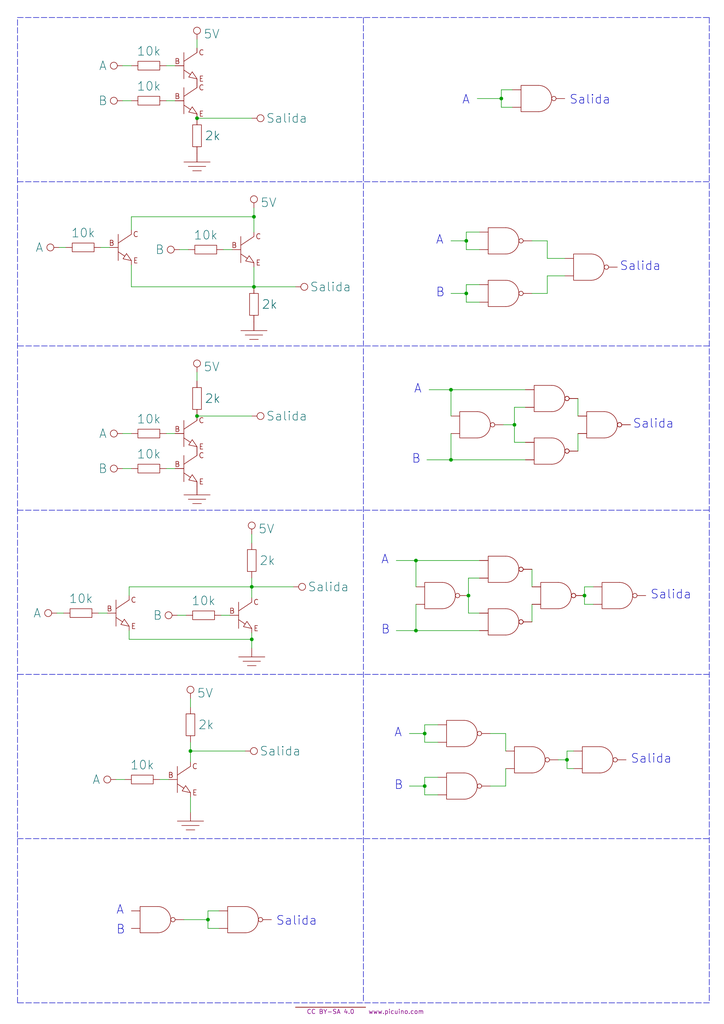
<source format=kicad_sch>
(kicad_sch (version 20231120) (generator "eeschema") (generator_version "8.0")
  (paper "A4" portrait)
  (title_block (title "Circuitos digitales para Test Picuino") (date "16/02/2021") (company "www.picuino.com") (comment 1 "Copyright (c) 2021 by Carlos Pardo") (comment 2 "License CC BY-SA 4.0"))
  (lib_symbols
    (symbol "electric-digital-rescue:CopyRight-simbolos" (pin_names (offset 1.016))
      (property "License" "CC BY-SA 4.0" (at -1.27 -1.27 0))
      (property "Web" "www.picuino.com" (at 0 -1.27 0))
      (symbol "CopyRight-simbolos_0_1"
        (polyline (pts (xy -10.16 0) (xy 10.16 0)) (stroke (width 0.2032)))
      )
    )
    (symbol "electric-digital-rescue:conector-simbolos" (pin_names (offset 1.016))
      (symbol "conector-simbolos_0_1"
        (circle (center 2.54 0) (radius 1.016))
      )
      (symbol "conector-simbolos_1_1"
        (pin input line (at 0 0 0) (length 1.524) (name "") (number ""))
      )
    )
    (symbol "electric-digital-rescue:resistencia-simbolos" (pin_names (offset 1.016))
      (property "Reference" "R" (at 1.905 -5.08 0))
      (symbol "resistencia-simbolos_0_1"
        (rectangle (start -1.27 -1.905) (end 1.27 -8.255))
      )
      (symbol "resistencia-simbolos_1_1"
        (pin input line (at 0 -10.16 90) (length 1.905) (name "") (number ""))
        (pin input line (at 0 0 270) (length 1.905) (name "") (number ""))
      )
    )
    (symbol "electric-digital-rescue:tierra-simbolos" (pin_names (offset 1.016))
      (symbol "tierra-simbolos_0_0"
        (polyline (pts (xy -3.81 -2.54) (xy 3.81 -2.54)))
        (polyline (pts (xy -2.54 -3.81) (xy 2.54 -3.81)))
        (polyline (pts (xy -1.27 -5.08) (xy 1.27 -5.08)))
      )
      (symbol "tierra-simbolos_1_1"
        (pin input line (at 0 0 270) (length 2.54) (name "") (number ""))
      )
    )
    (symbol "simbolos-electricos:NPN" (pin_names (offset 1.016))
      (property "Reference" "Q" (at 6.985 -5.08 0))
      (symbol "NPN_0_0"
        (polyline (pts (xy 4.445 -7.62) (xy 2.54 -6.35)))
        (text "C" (at 7.62 -1.27 0) (effects (font (size 1.524 1.524))))
        (text "E" (at 7.62 -8.89 0) (effects (font (size 1.524 1.524))))
      )
      (symbol "NPN_0_1"
        (polyline (pts (xy 2.54 -3.81) (xy 6.35 -1.27)))
        (polyline (pts (xy 2.54 -1.27) (xy 2.54 -8.89)))
        (polyline (pts (xy 4.953 -6.858) (xy 3.937 -8.382) (xy 6.35 -8.89) (xy 4.953 -6.858)))
      )
      (symbol "NPN_1_0"
        (text "B" (at 0.635 -3.81 0) (effects (font (size 1.524 1.524))))
      )
      (symbol "NPN_1_1"
        (pin input line (at 0 -5.08 0) (length 2.54) (name "") (number ""))
        (pin input line (at 6.35 -10.16 90) (length 1.27) (name "") (number ""))
        (pin input line (at 6.35 0 270) (length 1.27) (name "") (number ""))
      )
    )
    (symbol "simbolos-electricos:logic_nand" (pin_names (offset 1.016))
      (property "Reference" "U" (at 11.43 -6.35 0))
      (symbol "logic_nand_0_1"
        (polyline (pts (xy 7.62 1.27) (xy 2.54 1.27) (xy 2.54 -6.35) (xy 7.62 -6.35)))
        (arc (start 7.62 -6.35) (mid 11.4134 -2.54) (end 7.62 1.27))
      )
      (symbol "logic_nand_1_1"
        (pin input line (at 0 -5.08 0) (length 2.54) (name "") (number ""))
        (pin input line (at 0 0 0) (length 2.54) (name "") (number ""))
        (pin output inverted (at 15.24 -2.54 180) (length 3.81) (name "") (number ""))
      )
      (symbol "logic_nand_2_1"
        (pin input line (at 0 0 0) (length 2.54) (name "") (number "4"))
        (pin input line (at 0 -5.08 0) (length 2.54) (name "") (number "5"))
        (pin output inverted (at 15.24 -2.54 180) (length 3.81) (name "") (number "6"))
      )
      (symbol "logic_nand_3_1"
        (pin input line (at 0 -5.08 0) (length 2.54) (name "") (number "10"))
        (pin output inverted (at 15.24 -2.54 180) (length 3.81) (name "") (number "8"))
        (pin input line (at 0 0 0) (length 2.54) (name "") (number "9"))
      )
      (symbol "logic_nand_4_1"
        (pin output inverted (at 15.24 -2.54 180) (length 3.81) (name "") (number "11"))
        (pin input line (at 0 0 0) (length 2.54) (name "") (number "12"))
        (pin input line (at 0 -5.08 0) (length 2.54) (name "") (number "13"))
      )
    )
  )
  (junction (at 55.245 217.805))
  (junction (at 164.465 220.345))
  (junction (at 123.19 212.725))
  (junction (at 135.89 172.72))
  (junction (at 135.255 69.85))
  (junction (at 123.19 227.965))
  (junction (at 130.81 133.35))
  (junction (at 73.025 185.42))
  (junction (at 60.325 266.7))
  (junction (at 73.66 83.185))
  (junction (at 135.255 85.09))
  (junction (at 57.15 34.29))
  (junction (at 145.415 28.575))
  (junction (at 169.545 172.72))
  (junction (at 120.65 182.88))
  (junction (at 149.225 123.19))
  (junction (at 130.81 113.03))
  (junction (at 73.66 62.865))
  (junction (at 73.025 170.18))
  (junction (at 120.65 162.56))
  (junction (at 57.15 120.65))
  (wire (pts (xy 154.305 69.85) (xy 158.75 69.85)))
  (wire (pts (xy 35.56 29.21) (xy 38.1 29.21)))
  (wire (pts (xy 28.575 177.8) (xy 31.115 177.8)))
  (wire (pts (xy 169.545 175.26) (xy 172.085 175.26)))
  (wire (pts (xy 135.255 82.55) (xy 135.255 85.09)))
  (wire (pts (xy 38.1 83.185) (xy 73.66 83.185)))
  (wire (pts (xy 167.64 125.73) (xy 167.64 130.81)))
  (wire (pts (xy 164.465 217.805) (xy 166.37 217.805)))
  (polyline (pts (xy 205.74 100.33) (xy 5.08 100.33)) (stroke (width 0) (type dash)))
  (wire (pts (xy 149.225 123.19) (xy 149.225 118.11)))
  (wire (pts (xy 60.325 266.7) (xy 53.34 266.7)))
  (wire (pts (xy 16.51 177.8) (xy 18.415 177.8)))
  (wire (pts (xy 158.75 69.85) (xy 158.75 74.93)))
  (wire (pts (xy 145.415 28.575) (xy 138.43 28.575)))
  (wire (pts (xy 55.245 202.565) (xy 55.245 205.105)))
  (wire (pts (xy 139.065 67.31) (xy 135.255 67.31)))
  (wire (pts (xy 123.19 210.185) (xy 123.19 212.725)))
  (wire (pts (xy 123.19 212.725) (xy 118.745 212.725)))
  (wire (pts (xy 46.355 226.06) (xy 48.895 226.06)))
  (wire (pts (xy 60.325 266.7) (xy 60.325 269.24)))
  (wire (pts (xy 146.685 222.885) (xy 146.685 227.965)))
  (polyline (pts (xy 105.41 5.08) (xy 105.41 290.83)) (stroke (width 0) (type dash)))
  (wire (pts (xy 73.025 170.18) (xy 73.025 173.355)))
  (wire (pts (xy 38.1 76.835) (xy 38.1 83.185)))
  (wire (pts (xy 169.545 170.18) (xy 169.545 172.72)))
  (wire (pts (xy 158.75 80.01) (xy 158.75 85.09)))
  (polyline (pts (xy 5.08 5.08) (xy 205.74 5.08)) (stroke (width 0) (type dash)))
  (wire (pts (xy 57.15 11.43) (xy 57.15 13.97)))
  (wire (pts (xy 146.685 212.725) (xy 146.685 217.805)))
  (wire (pts (xy 48.26 19.05) (xy 50.8 19.05)))
  (wire (pts (xy 149.225 118.11) (xy 152.4 118.11)))
  (wire (pts (xy 73.025 185.42) (xy 73.025 187.96)))
  (wire (pts (xy 55.245 217.805) (xy 55.245 215.265)))
  (wire (pts (xy 114.935 182.88) (xy 120.65 182.88)))
  (wire (pts (xy 57.15 120.65) (xy 73.025 120.65)))
  (wire (pts (xy 73.025 154.94) (xy 73.025 157.48)))
  (wire (pts (xy 60.325 264.16) (xy 60.325 266.7)))
  (wire (pts (xy 146.685 227.965) (xy 142.24 227.965)))
  (wire (pts (xy 37.465 185.42) (xy 73.025 185.42)))
  (wire (pts (xy 135.255 69.85) (xy 135.255 72.39)))
  (wire (pts (xy 158.75 85.09) (xy 154.305 85.09)))
  (wire (pts (xy 135.255 85.09) (xy 135.255 87.63)))
  (wire (pts (xy 38.1 62.865) (xy 38.1 66.675)))
  (wire (pts (xy 37.465 182.88) (xy 37.465 185.42)))
  (polyline (pts (xy 205.74 5.08) (xy 205.74 290.83)) (stroke (width 0) (type dash)))
  (wire (pts (xy 135.89 177.8) (xy 139.065 177.8)))
  (wire (pts (xy 154.305 165.1) (xy 154.305 170.18)))
  (wire (pts (xy 123.19 212.725) (xy 123.19 215.265)))
  (wire (pts (xy 164.465 220.345) (xy 164.465 222.885)))
  (wire (pts (xy 145.415 31.115) (xy 148.59 31.115)))
  (wire (pts (xy 130.81 113.03) (xy 152.4 113.03)))
  (wire (pts (xy 135.255 87.63) (xy 139.065 87.63)))
  (wire (pts (xy 73.66 83.185) (xy 85.725 83.185)))
  (wire (pts (xy 73.66 77.47) (xy 73.66 83.185)))
  (wire (pts (xy 135.255 72.39) (xy 139.065 72.39)))
  (wire (pts (xy 146.05 123.19) (xy 149.225 123.19)))
  (wire (pts (xy 135.89 172.72) (xy 135.89 177.8)))
  (polyline (pts (xy 5.08 243.205) (xy 205.74 243.205)) (stroke (width 0) (type dash)))
  (wire (pts (xy 123.19 215.265) (xy 127 215.265)))
  (wire (pts (xy 33.655 226.06) (xy 36.195 226.06)))
  (wire (pts (xy 57.15 107.95) (xy 57.15 110.49)))
  (wire (pts (xy 164.465 220.345) (xy 164.465 217.805)))
  (wire (pts (xy 130.81 113.03) (xy 124.46 113.03)))
  (wire (pts (xy 130.81 125.73) (xy 130.81 133.35)))
  (wire (pts (xy 127 210.185) (xy 123.19 210.185)))
  (wire (pts (xy 127 225.425) (xy 123.19 225.425)))
  (wire (pts (xy 73.66 60.325) (xy 73.66 62.865)))
  (wire (pts (xy 120.65 162.56) (xy 139.065 162.56)))
  (wire (pts (xy 149.225 128.27) (xy 152.4 128.27)))
  (wire (pts (xy 73.025 170.18) (xy 73.025 167.64)))
  (wire (pts (xy 135.89 167.64) (xy 139.065 167.64)))
  (wire (pts (xy 169.545 170.18) (xy 172.085 170.18)))
  (wire (pts (xy 38.1 62.865) (xy 73.66 62.865)))
  (wire (pts (xy 148.59 26.035) (xy 145.415 26.035)))
  (wire (pts (xy 142.24 212.725) (xy 146.685 212.725)))
  (wire (pts (xy 48.26 29.21) (xy 50.8 29.21)))
  (wire (pts (xy 163.83 80.01) (xy 158.75 80.01)))
  (wire (pts (xy 64.135 178.435) (xy 66.675 178.435)))
  (polyline (pts (xy 5.08 290.83) (xy 5.08 5.08)) (stroke (width 0) (type dash)))
  (wire (pts (xy 123.19 227.965) (xy 118.745 227.965)))
  (wire (pts (xy 48.26 135.89) (xy 50.8 135.89)))
  (wire (pts (xy 51.435 178.435) (xy 53.975 178.435)))
  (polyline (pts (xy 205.74 195.58) (xy 5.08 195.58)) (stroke (width 0) (type dash)))
  (wire (pts (xy 60.325 269.24) (xy 63.5 269.24)))
  (wire (pts (xy 152.4 133.35) (xy 130.81 133.35)))
  (wire (pts (xy 29.21 71.755) (xy 31.75 71.755)))
  (wire (pts (xy 73.025 183.515) (xy 73.025 185.42)))
  (wire (pts (xy 161.925 220.345) (xy 164.465 220.345)))
  (wire (pts (xy 48.26 125.73) (xy 50.8 125.73)))
  (wire (pts (xy 167.64 115.57) (xy 167.64 120.65)))
  (polyline (pts (xy 5.08 147.955) (xy 205.74 147.955)) (stroke (width 0) (type dash)))
  (polyline (pts (xy 5.08 52.705) (xy 205.74 52.705)) (stroke (width 0) (type dash)))
  (wire (pts (xy 55.245 231.14) (xy 55.245 235.585)))
  (wire (pts (xy 35.56 135.89) (xy 38.1 135.89)))
  (wire (pts (xy 63.5 264.16) (xy 60.325 264.16)))
  (wire (pts (xy 35.56 125.73) (xy 38.1 125.73)))
  (wire (pts (xy 55.245 217.805) (xy 71.12 217.805)))
  (wire (pts (xy 135.255 69.85) (xy 130.81 69.85)))
  (wire (pts (xy 17.145 71.755) (xy 19.05 71.755)))
  (wire (pts (xy 73.025 170.18) (xy 85.09 170.18)))
  (wire (pts (xy 123.19 230.505) (xy 127 230.505)))
  (wire (pts (xy 114.935 162.56) (xy 120.65 162.56)))
  (wire (pts (xy 135.255 85.09) (xy 130.81 85.09)))
  (wire (pts (xy 169.545 172.72) (xy 169.545 175.26)))
  (wire (pts (xy 57.15 34.29) (xy 73.025 34.29)))
  (wire (pts (xy 52.07 72.39) (xy 54.61 72.39)))
  (wire (pts (xy 149.225 123.19) (xy 149.225 128.27)))
  (wire (pts (xy 139.065 82.55) (xy 135.255 82.55)))
  (wire (pts (xy 120.65 175.26) (xy 120.65 182.88)))
  (wire (pts (xy 158.75 74.93) (xy 163.83 74.93)))
  (wire (pts (xy 139.065 182.88) (xy 120.65 182.88)))
  (wire (pts (xy 64.77 72.39) (xy 67.31 72.39)))
  (polyline (pts (xy 205.74 290.83) (xy 5.08 290.83)) (stroke (width 0) (type dash)))
  (wire (pts (xy 55.245 217.805) (xy 55.245 220.98)))
  (wire (pts (xy 135.89 172.72) (xy 135.89 167.64)))
  (wire (pts (xy 135.255 67.31) (xy 135.255 69.85)))
  (wire (pts (xy 120.65 170.18) (xy 120.65 162.56)))
  (wire (pts (xy 73.66 62.865) (xy 73.66 67.31)))
  (wire (pts (xy 130.81 133.35) (xy 123.825 133.35)))
  (wire (pts (xy 154.305 175.26) (xy 154.305 180.34)))
  (wire (pts (xy 164.465 222.885) (xy 166.37 222.885)))
  (wire (pts (xy 145.415 26.035) (xy 145.415 28.575)))
  (wire (pts (xy 35.56 19.05) (xy 38.1 19.05)))
  (wire (pts (xy 145.415 28.575) (xy 145.415 31.115)))
  (wire (pts (xy 73.025 170.18) (xy 37.465 170.18)))
  (wire (pts (xy 130.81 120.65) (xy 130.81 113.03)))
  (wire (pts (xy 123.19 225.425) (xy 123.19 227.965)))
  (wire (pts (xy 123.19 227.965) (xy 123.19 230.505)))
  (wire (pts (xy 37.465 170.18) (xy 37.465 172.72)))
  (text "2\n" (at -16.51 80.645 0) (effects (font (size 7.62 7.62)) (justify left bottom)))
  (text "Salida" (at 183.515 124.46 0) (effects (font (size 2.54 2.54)) (justify left bottom)))
  (text "B" (at 126.365 86.36 0) (effects (font (size 2.54 2.54)) (justify left bottom)))
  (text "8\n" (at 215.9 76.2 0) (effects (font (size 7.62 7.62)) (justify left bottom)))
  (text "A\n" (at 126.365 71.12 0) (effects (font (size 2.54 2.54)) (justify left bottom)))
  (text "Salida" (at 182.88 221.615 0) (effects (font (size 2.54 2.54)) (justify left bottom)))
  (text "Salida" (at 80.01 268.605 0) (effects (font (size 2.54 2.54)) (justify left bottom)))
  (text "Salida" (at 165.1 30.48 0) (effects (font (size 2.54 2.54)) (justify left bottom)))
  (text "Salida" (at 179.705 78.74 0) (effects (font (size 2.54 2.54)) (justify left bottom)))
  (text "B" (at 119.38 134.62 0) (effects (font (size 2.54 2.54)) (justify left bottom)))
  (text "B" (at 110.49 184.15 0) (effects (font (size 2.54 2.54)) (justify left bottom)))
  (text "7\n" (at 216.535 32.385 0) (effects (font (size 7.62 7.62)) (justify left bottom)))
  (text "A\n" (at 110.49 163.83 0) (effects (font (size 2.54 2.54)) (justify left bottom)))
  (text "1\n" (at -16.51 29.21 0) (effects (font (size 7.62 7.62)) (justify left bottom)))
  (text "A\n" (at 33.655 265.43 0) (effects (font (size 2.54 2.54)) (justify left bottom)))
  (text "A\n" (at 133.985 30.48 0) (effects (font (size 2.54 2.54)) (justify left bottom)))
  (text "B" (at 114.3 229.235 0) (effects (font (size 2.54 2.54)) (justify left bottom)))
  (text "A\n" (at 120.015 114.3 0) (effects (font (size 2.54 2.54)) (justify left bottom)))
  (text "B\n" (at 33.655 271.145 0) (effects (font (size 2.54 2.54)) (justify left bottom)))
  (text "A\n" (at 114.3 213.995 0) (effects (font (size 2.54 2.54)) (justify left bottom)))
  (text "Salida" (at 188.595 173.99 0) (effects (font (size 2.54 2.54)) (justify left bottom)))
  (symbol (lib_id "electric-digital-rescue:CopyRight-simbolos") (at 95.885 292.1 0) (unit 1)
    (property "Reference" "CP?" (effects (hide yes)))
    (property "Value" "CopyRight" (effects (hide yes)))
    (property "License" "CC BY-SA 4.0" (at 95.885 293.37 0))
    (property "Web" "www.picuino.com" (at 114.935 293.37 0))
  )
  (symbol (lib_id "electric-digital-rescue:resistencia-simbolos") (at 48.26 19.05 270) (unit 1)
    (property "Reference" "R?" (effects (hide yes)))
    (property "Value" "10k" (at 43.18 14.8336 90) (effects (font (size 2.54 2.54))))
  )
  (symbol (lib_id "electric-digital-rescue:conector-simbolos") (at 57.15 11.43 90) (unit 1)
    (property "Reference" "o?" (effects (hide yes)))
    (property "Value" "5V" (at 58.8772 9.8552 90) (effects (font (size 2.54 2.54)) (justify right)))
  )
  (symbol (lib_id "electric-digital-rescue:resistencia-simbolos") (at 48.26 29.21 270) (unit 1)
    (property "Reference" "R?" (effects (hide yes)))
    (property "Value" "10k" (at 43.18 24.9936 90) (effects (font (size 2.54 2.54))))
  )
  (symbol (lib_id "electric-digital-rescue:conector-simbolos") (at 35.56 19.05 180) (unit 1)
    (property "Reference" "o?" (effects (hide yes)))
    (property "Value" "A" (at 29.845 19.05 0) (effects (font (size 2.54 2.54))))
  )
  (symbol (lib_id "electric-digital-rescue:conector-simbolos") (at 35.56 29.21 180) (unit 1)
    (property "Reference" "o?" (effects (hide yes)))
    (property "Value" "B" (at 29.845 29.21 0) (effects (font (size 2.54 2.54))))
  )
  (symbol (lib_id "electric-digital-rescue:resistencia-simbolos") (at 57.15 44.45 180) (unit 1)
    (property "Reference" "R?" (effects (hide yes)))
    (property "Value" "2k" (at 59.2328 39.37 0) (effects (font (size 2.54 2.54)) (justify right)))
  )
  (symbol (lib_id "electric-digital-rescue:tierra-simbolos") (at 57.15 44.45 0) (unit 1)
    (property "Reference" "V?" (effects (hide yes)))
    (property "Value" "tierra" (effects (hide yes)))
  )
  (symbol (lib_id "electric-digital-rescue:conector-simbolos") (at 73.025 34.29 0) (unit 1)
    (property "Reference" "o?" (effects (hide yes)))
    (property "Value" "Salida" (at 83.185 34.29 0) (effects (font (size 2.54 2.54))))
  )
  (symbol (lib_id "electric-digital-rescue:resistencia-simbolos") (at 29.21 71.755 270) (unit 1)
    (property "Reference" "R?" (effects (hide yes)))
    (property "Value" "10k" (at 24.13 67.5386 90) (effects (font (size 2.54 2.54))))
  )
  (symbol (lib_id "electric-digital-rescue:conector-simbolos") (at 73.66 60.325 90) (unit 1)
    (property "Reference" "o?" (effects (hide yes)))
    (property "Value" "5V" (at 75.3872 58.7502 90) (effects (font (size 2.54 2.54)) (justify right)))
  )
  (symbol (lib_id "electric-digital-rescue:resistencia-simbolos") (at 64.77 72.39 270) (unit 1)
    (property "Reference" "R?" (effects (hide yes)))
    (property "Value" "10k" (at 59.69 68.1736 90) (effects (font (size 2.54 2.54))))
  )
  (symbol (lib_id "electric-digital-rescue:conector-simbolos") (at 17.145 71.755 180) (unit 1)
    (property "Reference" "o?" (effects (hide yes)))
    (property "Value" "A" (at 11.43 71.755 0) (effects (font (size 2.54 2.54))))
  )
  (symbol (lib_id "electric-digital-rescue:conector-simbolos") (at 52.07 72.39 180) (unit 1)
    (property "Reference" "o?" (effects (hide yes)))
    (property "Value" "B" (at 46.355 72.39 0) (effects (font (size 2.54 2.54))))
  )
  (symbol (lib_id "electric-digital-rescue:resistencia-simbolos") (at 73.66 93.345 180) (unit 1)
    (property "Reference" "R?" (effects (hide yes)))
    (property "Value" "2k" (at 75.7428 88.265 0) (effects (font (size 2.54 2.54)) (justify right)))
  )
  (symbol (lib_id "electric-digital-rescue:tierra-simbolos") (at 73.66 93.345 0) (unit 1)
    (property "Reference" "V?" (effects (hide yes)))
    (property "Value" "tierra" (effects (hide yes)))
  )
  (symbol (lib_id "electric-digital-rescue:conector-simbolos") (at 85.725 83.185 0) (unit 1)
    (property "Reference" "o?" (effects (hide yes)))
    (property "Value" "Salida" (at 95.885 83.185 0) (effects (font (size 2.54 2.54))))
  )
  (symbol (lib_id "electric-digital-rescue:resistencia-simbolos") (at 48.26 125.73 270) (unit 1)
    (property "Reference" "R?" (effects (hide yes)))
    (property "Value" "10k" (at 43.18 121.5136 90) (effects (font (size 2.54 2.54))))
  )
  (symbol (lib_id "electric-digital-rescue:conector-simbolos") (at 57.15 107.95 90) (unit 1)
    (property "Reference" "o?" (effects (hide yes)))
    (property "Value" "5V" (at 58.8772 106.3752 90) (effects (font (size 2.54 2.54)) (justify right)))
  )
  (symbol (lib_id "electric-digital-rescue:resistencia-simbolos") (at 48.26 135.89 270) (unit 1)
    (property "Reference" "R?" (effects (hide yes)))
    (property "Value" "10k" (at 43.18 131.6736 90) (effects (font (size 2.54 2.54))))
  )
  (symbol (lib_id "electric-digital-rescue:conector-simbolos") (at 35.56 125.73 180) (unit 1)
    (property "Reference" "o?" (effects (hide yes)))
    (property "Value" "A" (at 29.845 125.73 0) (effects (font (size 2.54 2.54))))
  )
  (symbol (lib_id "electric-digital-rescue:conector-simbolos") (at 35.56 135.89 180) (unit 1)
    (property "Reference" "o?" (effects (hide yes)))
    (property "Value" "B" (at 29.845 135.89 0) (effects (font (size 2.54 2.54))))
  )
  (symbol (lib_id "electric-digital-rescue:resistencia-simbolos") (at 57.15 120.65 180) (unit 1)
    (property "Reference" "R?" (effects (hide yes)))
    (property "Value" "2k" (at 59.2328 115.57 0) (effects (font (size 2.54 2.54)) (justify right)))
  )
  (symbol (lib_id "electric-digital-rescue:tierra-simbolos") (at 57.15 140.97 0) (unit 1)
    (property "Reference" "V?" (effects (hide yes)))
    (property "Value" "tierra" (effects (hide yes)))
  )
  (symbol (lib_id "electric-digital-rescue:conector-simbolos") (at 73.025 120.65 0) (unit 1)
    (property "Reference" "o?" (effects (hide yes)))
    (property "Value" "Salida" (at 83.185 120.65 0) (effects (font (size 2.54 2.54))))
  )
  (symbol (lib_id "electric-digital-rescue:resistencia-simbolos") (at 28.575 177.8 270) (unit 1)
    (property "Reference" "R?" (effects (hide yes)))
    (property "Value" "10k" (at 23.495 173.5836 90) (effects (font (size 2.54 2.54))))
  )
  (symbol (lib_id "electric-digital-rescue:conector-simbolos") (at 73.025 154.94 90) (unit 1)
    (property "Reference" "o?" (effects (hide yes)))
    (property "Value" "5V" (at 74.7522 153.3652 90) (effects (font (size 2.54 2.54)) (justify right)))
  )
  (symbol (lib_id "electric-digital-rescue:resistencia-simbolos") (at 64.135 178.435 270) (unit 1)
    (property "Reference" "R?" (effects (hide yes)))
    (property "Value" "10k" (at 59.055 174.2186 90) (effects (font (size 2.54 2.54))))
  )
  (symbol (lib_id "electric-digital-rescue:conector-simbolos") (at 16.51 177.8 180) (unit 1)
    (property "Reference" "o?" (effects (hide yes)))
    (property "Value" "A" (at 10.795 177.8 0) (effects (font (size 2.54 2.54))))
  )
  (symbol (lib_id "electric-digital-rescue:conector-simbolos") (at 51.435 178.435 180) (unit 1)
    (property "Reference" "o?" (effects (hide yes)))
    (property "Value" "B" (at 45.72 178.435 0) (effects (font (size 2.54 2.54))))
  )
  (symbol (lib_id "electric-digital-rescue:resistencia-simbolos") (at 73.025 167.64 180) (unit 1)
    (property "Reference" "R?" (effects (hide yes)))
    (property "Value" "2k" (at 75.1078 162.56 0) (effects (font (size 2.54 2.54)) (justify right)))
  )
  (symbol (lib_id "electric-digital-rescue:tierra-simbolos") (at 73.025 187.96 0) (unit 1)
    (property "Reference" "V?" (effects (hide yes)))
    (property "Value" "tierra" (effects (hide yes)))
  )
  (symbol (lib_id "electric-digital-rescue:conector-simbolos") (at 85.09 170.18 0) (unit 1)
    (property "Reference" "o?" (effects (hide yes)))
    (property "Value" "Salida" (at 95.25 170.18 0) (effects (font (size 2.54 2.54))))
  )
  (symbol (lib_id "electric-digital-rescue:conector-simbolos") (at 55.245 202.565 90) (unit 1)
    (property "Reference" "o?" (effects (hide yes)))
    (property "Value" "5V" (at 56.9722 200.9902 90) (effects (font (size 2.54 2.54)) (justify right)))
  )
  (symbol (lib_id "electric-digital-rescue:resistencia-simbolos") (at 46.355 226.06 270) (unit 1)
    (property "Reference" "R?" (effects (hide yes)))
    (property "Value" "10k" (at 41.275 221.8436 90) (effects (font (size 2.54 2.54))))
  )
  (symbol (lib_id "electric-digital-rescue:conector-simbolos") (at 33.655 226.06 180) (unit 1)
    (property "Reference" "o?" (effects (hide yes)))
    (property "Value" "A" (at 27.94 226.06 0) (effects (font (size 2.54 2.54))))
  )
  (symbol (lib_id "electric-digital-rescue:resistencia-simbolos") (at 55.245 215.265 180) (unit 1)
    (property "Reference" "R?" (effects (hide yes)))
    (property "Value" "2k" (at 57.3278 210.185 0) (effects (font (size 2.54 2.54)) (justify right)))
  )
  (symbol (lib_id "electric-digital-rescue:tierra-simbolos") (at 55.245 235.585 0) (unit 1)
    (property "Reference" "V?" (effects (hide yes)))
    (property "Value" "tierra" (effects (hide yes)))
  )
  (symbol (lib_id "electric-digital-rescue:conector-simbolos") (at 71.12 217.805 0) (unit 1)
    (property "Reference" "o?" (effects (hide yes)))
    (property "Value" "Salida" (at 81.28 217.805 0) (effects (font (size 2.54 2.54))))
  )
  (symbol (lib_name "simbolos-electricos:logic_nand") (lib_id "simbolos-electricos:logic_nand") (at 38.1 264.16 0) (unit 1)
    (property "Reference" "U?" (effects (hide yes)))
    (property "Value" "logic_nand" (effects (hide yes)))
  )
  (symbol (lib_name "simbolos-electricos:logic_nand") (lib_id "simbolos-electricos:logic_nand") (at 120.65 170.18 0) (unit 1)
    (property "Reference" "U?" (effects (hide yes)))
    (property "Value" "logic_nand" (effects (hide yes)))
  )
  (symbol (lib_name "simbolos-electricos:NPN") (lib_id "simbolos-electricos:NPN") (at 66.675 173.355 0) (unit 1)
    (property "Reference" "Q5" (effects (hide yes)))
    (property "Value" "NPN" (effects (hide yes)))
    (property "Campo4" "NPN" (effects (hide yes)))
  )
  (symbol (lib_name "simbolos-electricos:logic_nand") (lib_id "simbolos-electricos:logic_nand") (at 163.83 74.93 0) (unit 1)
    (property "Reference" "U13" (effects (hide yes)))
    (property "Value" "logic_nand" (effects (hide yes)))
  )
  (symbol (lib_name "simbolos-electricos:NPN") (lib_id "simbolos-electricos:NPN") (at 50.8 130.81 0) (unit 1)
    (property "Reference" "Q7" (effects (hide yes)))
    (property "Value" "NPN" (effects (hide yes)))
    (property "Campo4" "NPN" (effects (hide yes)))
  )
  (symbol (lib_name "simbolos-electricos:logic_nand") (lib_id "simbolos-electricos:logic_nand") (at 166.37 217.805 0) (unit 1)
    (property "Reference" "U5" (effects (hide yes)))
    (property "Value" "logic_nand" (effects (hide yes)))
  )
  (symbol (lib_name "simbolos-electricos:logic_nand") (lib_id "simbolos-electricos:logic_nand") (at 127 210.185 0) (unit 1)
    (property "Reference" "U2" (effects (hide yes)))
    (property "Value" "logic_nand" (effects (hide yes)))
  )
  (symbol (lib_name "simbolos-electricos:logic_nand") (lib_id "simbolos-electricos:logic_nand") (at 146.685 217.805 0) (unit 1)
    (property "Reference" "U4" (effects (hide yes)))
    (property "Value" "logic_nand" (effects (hide yes)))
  )
  (symbol (lib_name "simbolos-electricos:NPN") (lib_id "simbolos-electricos:NPN") (at 67.31 67.31 0) (unit 1)
    (property "Reference" "Q9" (effects (hide yes)))
    (property "Value" "NPN" (effects (hide yes)))
    (property "Campo4" "NPN" (effects (hide yes)))
  )
  (symbol (lib_name "simbolos-electricos:logic_nand") (lib_id "simbolos-electricos:logic_nand") (at 139.065 67.31 0) (unit 1)
    (property "Reference" "U15" (effects (hide yes)))
    (property "Value" "logic_nand" (effects (hide yes)))
  )
  (symbol (lib_name "simbolos-electricos:NPN") (lib_id "simbolos-electricos:NPN") (at 48.895 220.98 0) (unit 1)
    (property "Reference" "Q3" (effects (hide yes)))
    (property "Value" "NPN" (effects (hide yes)))
    (property "Campo4" "NPN" (effects (hide yes)))
  )
  (symbol (lib_name "simbolos-electricos:NPN") (lib_id "simbolos-electricos:NPN") (at 31.75 66.675 0) (unit 1)
    (property "Reference" "Q8" (effects (hide yes)))
    (property "Value" "NPN" (effects (hide yes)))
    (property "Campo4" "NPN" (effects (hide yes)))
  )
  (symbol (lib_name "simbolos-electricos:NPN") (lib_id "simbolos-electricos:NPN") (at 31.115 172.72 0) (unit 1)
    (property "Reference" "Q4" (effects (hide yes)))
    (property "Value" "NPN" (effects (hide yes)))
    (property "Campo4" "NPN" (effects (hide yes)))
  )
  (symbol (lib_name "simbolos-electricos:logic_nand") (lib_id "simbolos-electricos:logic_nand") (at 63.5 264.16 0) (unit 1)
    (property "Reference" "U1" (effects (hide yes)))
    (property "Value" "logic_nand" (effects (hide yes)))
  )
  (symbol (lib_name "simbolos-electricos:logic_nand") (lib_id "simbolos-electricos:logic_nand") (at 172.085 170.18 0) (unit 1)
    (property "Reference" "U17" (effects (hide yes)))
    (property "Value" "logic_nand" (effects (hide yes)))
  )
  (symbol (lib_name "simbolos-electricos:logic_nand") (lib_id "simbolos-electricos:logic_nand") (at 139.065 162.56 0) (unit 1)
    (property "Reference" "U6" (effects (hide yes)))
    (property "Value" "logic_nand" (effects (hide yes)))
  )
  (symbol (lib_name "simbolos-electricos:logic_nand") (lib_id "simbolos-electricos:logic_nand") (at 152.4 128.27 0) (unit 1)
    (property "Reference" "U11" (effects (hide yes)))
    (property "Value" "logic_nand" (effects (hide yes)))
  )
  (symbol (lib_name "simbolos-electricos:logic_nand") (lib_id "simbolos-electricos:logic_nand") (at 167.64 120.65 0) (unit 1)
    (property "Reference" "U12" (effects (hide yes)))
    (property "Value" "logic_nand" (effects (hide yes)))
  )
  (symbol (lib_name "simbolos-electricos:NPN") (lib_id "simbolos-electricos:NPN") (at 50.8 120.65 0) (unit 1)
    (property "Reference" "Q6" (effects (hide yes)))
    (property "Value" "NPN" (effects (hide yes)))
    (property "Campo4" "NPN" (effects (hide yes)))
  )
  (symbol (lib_name "simbolos-electricos:logic_nand") (lib_id "simbolos-electricos:logic_nand") (at 130.81 120.65 0) (unit 1)
    (property "Reference" "U9" (effects (hide yes)))
    (property "Value" "logic_nand" (effects (hide yes)))
  )
  (symbol (lib_name "simbolos-electricos:logic_nand") (lib_id "simbolos-electricos:logic_nand") (at 127 225.425 0) (unit 1)
    (property "Reference" "U3" (effects (hide yes)))
    (property "Value" "logic_nand" (effects (hide yes)))
  )
  (symbol (lib_name "simbolos-electricos:logic_nand") (lib_id "simbolos-electricos:logic_nand") (at 154.305 170.18 0) (unit 1)
    (property "Reference" "U8" (effects (hide yes)))
    (property "Value" "logic_nand" (effects (hide yes)))
  )
  (symbol (lib_name "simbolos-electricos:logic_nand") (lib_id "simbolos-electricos:logic_nand") (at 139.065 82.55 0) (unit 1)
    (property "Reference" "U14" (effects (hide yes)))
    (property "Value" "logic_nand" (effects (hide yes)))
  )
  (symbol (lib_name "simbolos-electricos:NPN") (lib_id "simbolos-electricos:NPN") (at 50.8 24.13 0) (unit 1)
    (property "Reference" "Q2" (effects (hide yes)))
    (property "Value" "NPN" (effects (hide yes)))
    (property "Campo4" "NPN" (effects (hide yes)))
  )
  (symbol (lib_name "simbolos-electricos:logic_nand") (lib_id "simbolos-electricos:logic_nand") (at 152.4 113.03 0) (unit 1)
    (property "Reference" "U10" (effects (hide yes)))
    (property "Value" "logic_nand" (effects (hide yes)))
  )
  (symbol (lib_name "simbolos-electricos:logic_nand") (lib_id "simbolos-electricos:logic_nand") (at 139.065 177.8 0) (unit 1)
    (property "Reference" "U7" (effects (hide yes)))
    (property "Value" "logic_nand" (effects (hide yes)))
  )
  (symbol (lib_name "simbolos-electricos:logic_nand") (lib_id "simbolos-electricos:logic_nand") (at 148.59 26.035 0) (unit 1)
    (property "Reference" "U16" (effects (hide yes)))
    (property "Value" "logic_nand" (effects (hide yes)))
  )
  (symbol (lib_name "simbolos-electricos:NPN") (lib_id "simbolos-electricos:NPN") (at 50.8 13.97 0) (unit 1)
    (property "Reference" "Q1" (effects (hide yes)))
    (property "Value" "NPN" (effects (hide yes)))
    (property "Campo4" "NPN" (effects (hide yes)))
  )
)
</source>
